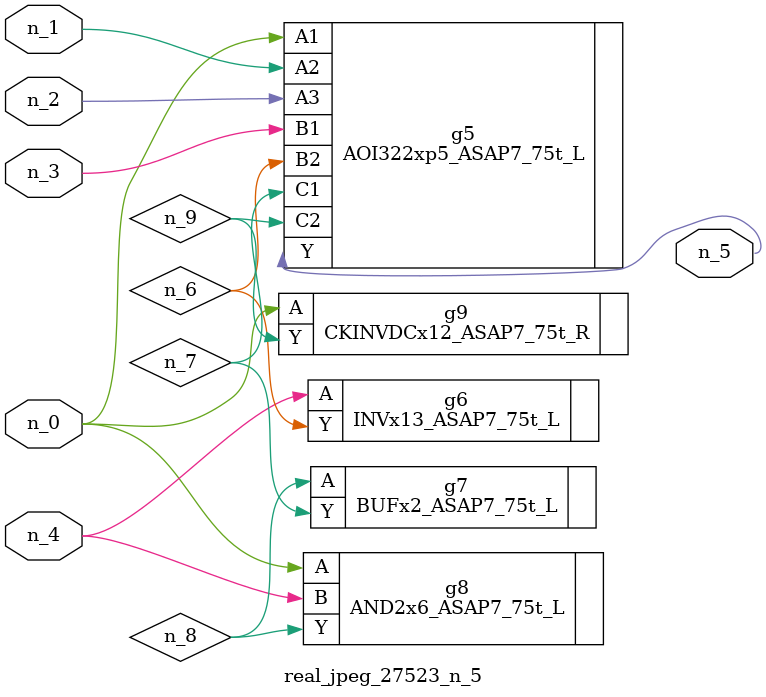
<source format=v>
module real_jpeg_27523_n_5 (n_4, n_0, n_1, n_2, n_3, n_5);

input n_4;
input n_0;
input n_1;
input n_2;
input n_3;

output n_5;

wire n_8;
wire n_6;
wire n_7;
wire n_9;

AOI322xp5_ASAP7_75t_L g5 ( 
.A1(n_0),
.A2(n_1),
.A3(n_2),
.B1(n_3),
.B2(n_6),
.C1(n_7),
.C2(n_9),
.Y(n_5)
);

AND2x6_ASAP7_75t_L g8 ( 
.A(n_0),
.B(n_4),
.Y(n_8)
);

CKINVDCx12_ASAP7_75t_R g9 ( 
.A(n_0),
.Y(n_9)
);

INVx13_ASAP7_75t_L g6 ( 
.A(n_4),
.Y(n_6)
);

BUFx2_ASAP7_75t_L g7 ( 
.A(n_8),
.Y(n_7)
);


endmodule
</source>
